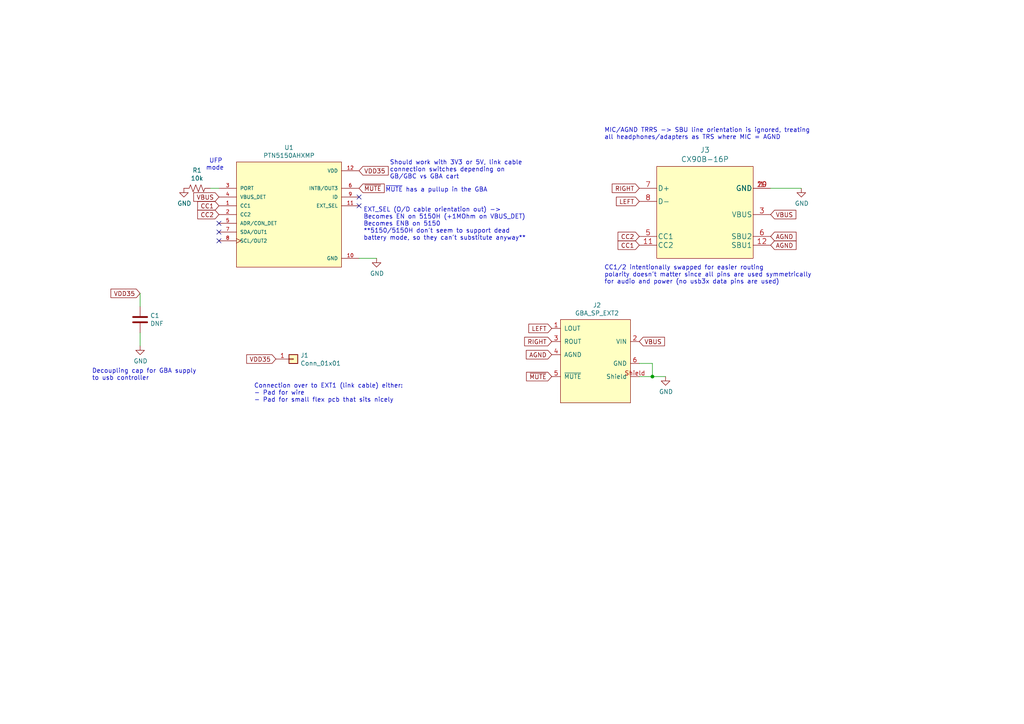
<source format=kicad_sch>
(kicad_sch (version 20211123) (generator eeschema)
  (paper "A4")
  (lib_symbols
    (symbol "CX90B-16P:CX90B-16P" (pin_names (offset 0.254))
      (property "Reference" "J" (at 19.05 6.35 0))
      (property "Value" "CX90B-16P" (at 21.59 3.81 0))
      (symbol "CX90B-16P_1_1"
        (rectangle (start 7.62 -1.27) (end 35.56 -27.94) (fill (type background)))
        (pin unspecified line (at 40.64 -7.62 180) (length 5.08) (name "GND") (number "1"))
        (pin bidirectional line (at 2.54 -11.43 0) (length 5.08) hide (name "D-") (number "10"))
        (pin unspecified line (at 2.54 -24.13 0) (length 5.08) (name "CC2") (number "11"))
        (pin unspecified line (at 40.64 -24.13 180) (length 5.08) (name "SBU1") (number "12"))
        (pin unspecified line (at 40.64 -15.24 180) (length 5.08) hide (name "VBUS") (number "13"))
        (pin unspecified line (at 40.64 -15.24 180) (length 5.08) hide (name "VBUS") (number "14"))
        (pin unspecified line (at 40.64 -7.62 180) (length 5.08) hide (name "GND") (number "15"))
        (pin unspecified line (at 40.64 -7.62 180) (length 5.08) hide (name "GND") (number "16"))
        (pin unspecified line (at 40.64 -7.62 180) (length 5.08) (name "GND") (number "19"))
        (pin unspecified line (at 40.64 -7.62 180) (length 5.08) hide (name "GND") (number "2"))
        (pin unspecified line (at 40.64 -7.62 180) (length 5.08) (name "GND") (number "20"))
        (pin unspecified line (at 40.64 -7.62 180) (length 5.08) hide (name "GND") (number "21"))
        (pin unspecified line (at 40.64 -7.62 180) (length 5.08) hide (name "GND") (number "22"))
        (pin unspecified line (at 40.64 -7.62 180) (length 5.08) hide (name "GND") (number "23"))
        (pin unspecified line (at 40.64 -7.62 180) (length 5.08) hide (name "GND") (number "24"))
        (pin unspecified line (at 40.64 -15.24 180) (length 5.08) (name "VBUS") (number "3"))
        (pin unspecified line (at 40.64 -15.24 180) (length 5.08) hide (name "VBUS") (number "4"))
        (pin bidirectional line (at 2.54 -21.59 0) (length 5.08) (name "CC1") (number "5"))
        (pin unspecified line (at 40.64 -21.59 180) (length 5.08) (name "SBU2") (number "6"))
        (pin bidirectional line (at 2.54 -7.62 0) (length 5.08) (name "D+") (number "7"))
        (pin bidirectional line (at 2.54 -11.43 0) (length 5.08) (name "D-") (number "8"))
        (pin bidirectional line (at 2.54 -7.62 0) (length 5.08) hide (name "D+") (number "9"))
      )
    )
    (symbol "Device:C" (pin_numbers hide) (pin_names (offset 0.254))
      (property "Reference" "C" (at 0.635 2.54 0))
      (property "Value" "C" (at 0.635 -2.54 0))
      (symbol "C_0_1"
        (polyline (pts (xy -2.032 -0.762) (xy 2.032 -0.762)) (stroke (width 0.508)))
        (polyline (pts (xy -2.032 0.762) (xy 2.032 0.762)) (stroke (width 0.508)))
      )
      (symbol "C_1_1"
        (pin passive line (at 0 3.81 270) (length 2.794) (name "~") (number "1"))
        (pin passive line (at 0 -3.81 90) (length 2.794) (name "~") (number "2"))
      )
    )
    (symbol "GBA_SP_EXT2:GBA_SP_EXT2" (pin_names (offset 1.016))
      (property "Reference" "J" (at 0 2.54 0))
      (property "Value" "GBA_SP_EXT2" (at 0 0 0))
      (symbol "GBA_SP_EXT2_0_0"
        (pin output line (at -12.7 -5.08 0) (length 2.54) (name "LOUT") (number "1"))
        (pin power_in line (at 12.7 -8.89 180) (length 2.54) (name "VIN") (number "2"))
        (pin output line (at -12.7 -8.89 0) (length 2.54) (name "ROUT") (number "3"))
        (pin output line (at -12.7 -12.7 0) (length 2.54) (name "AGND") (number "4"))
        (pin input line (at -12.7 -19.05 0) (length 2.54) (name "~{MUTE}") (number "5"))
        (pin power_in line (at 12.7 -15.24 180) (length 2.54) (name "GND") (number "6"))
        (pin passive line (at 12.7 -19.05 180) (length 2.54) (name "Shield") (number "Shield"))
      )
      (symbol "GBA_SP_EXT2_0_1"
        (rectangle (start -10.16 -2.54) (end 10.16 -26.67) (fill (type background)))
      )
    )
    (symbol "PTN5150AHXMP:PTN5150AHXMP" (pin_names (offset 1.016))
      (property "Reference" "U" (at -15.24 15.748 0))
      (property "Value" "PTN5150AHXMP" (at -15.2654 -17.8054 0))
      (symbol "PTN5150AHXMP_0_0"
        (rectangle (start -15.24 -15.24) (end 15.24 15.24) (stroke (width 0.1524)) (fill (type background)))
        (pin bidirectional line (at -20.32 2.54 0) (length 5.08) (name "CC1") (number "1"))
        (pin power_in line (at 20.32 -12.7 180) (length 5.08) (name "GND") (number "10"))
        (pin output line (at 20.32 2.54 180) (length 5.08) (name "EXT_SEL") (number "11"))
        (pin power_in line (at 20.32 12.7 180) (length 5.08) (name "VDD") (number "12"))
        (pin bidirectional line (at -20.32 0 0) (length 5.08) (name "CC2") (number "2"))
        (pin input line (at -20.32 7.62 0) (length 5.08) (name "PORT") (number "3"))
        (pin input line (at -20.32 5.08 0) (length 5.08) (name "VBUS_DET") (number "4"))
        (pin bidirectional line (at -20.32 -2.54 0) (length 5.08) (name "ADR/CON_DET") (number "5"))
        (pin output line (at 20.32 7.62 180) (length 5.08) (name "INTB/OUT3") (number "6"))
        (pin bidirectional line (at -20.32 -5.08 0) (length 5.08) (name "SDA/OUT1") (number "7"))
        (pin bidirectional clock (at -20.32 -7.62 0) (length 5.08) (name "SCL/OUT2") (number "8"))
        (pin output line (at 20.32 5.08 180) (length 5.08) (name "ID") (number "9"))
      )
    )
    (symbol "gba-sp-charge-audio-rescue:Conn_01x01-Connector_Generic" (pin_names (offset 1.016) hide)
      (property "Reference" "J" (at 0 2.54 0))
      (property "Value" "Conn_01x01-Connector_Generic" (at 0 -2.54 0))
      (symbol "Conn_01x01-Connector_Generic_1_1"
        (rectangle (start -1.27 0.127) (end 0 -0.127) (stroke (width 0.1524)))
        (rectangle (start -1.27 1.27) (end 1.27 -1.27) (stroke (width 0.254)) (fill (type background)))
        (pin passive line (at -5.08 0 0) (length 3.81) (name "Pin_1") (number "1"))
      )
    )
    (symbol "gba-sp-charge-audio-rescue:GND-power" (power) (pin_names (offset 0))
      (property "Value" "GND-power" (at 0 -3.81 0))
      (symbol "GND-power_0_1"
        (polyline (pts (xy 0 0) (xy 0 -1.27) (xy 1.27 -1.27) (xy 0 -2.54) (xy -1.27 -1.27) (xy 0 -1.27)))
      )
      (symbol "GND-power_1_1"
        (pin power_in line (at 0 0 270) (length 0) hide (name "GND") (number "1"))
      )
    )
    (symbol "gba-sp-charge-audio-rescue:R_US-Device" (pin_numbers hide) (pin_names (offset 0))
      (property "Reference" "R" (at 2.54 0 90))
      (property "Value" "R_US-Device" (at -2.54 0 90))
      (symbol "R_US-Device_0_1"
        (polyline (pts (xy 0 -2.286) (xy 0 -2.54)))
        (polyline (pts (xy 0 2.286) (xy 0 2.54)))
        (polyline (pts (xy 0 -0.762) (xy 1.016 -1.143) (xy 0 -1.524) (xy -1.016 -1.905) (xy 0 -2.286)))
        (polyline (pts (xy 0 0.762) (xy 1.016 0.381) (xy 0 0) (xy -1.016 -0.381) (xy 0 -0.762)))
        (polyline (pts (xy 0 2.286) (xy 1.016 1.905) (xy 0 1.524) (xy -1.016 1.143) (xy 0 0.762)))
      )
      (symbol "R_US-Device_1_1"
        (pin passive line (at 0 3.81 270) (length 1.27) (name "~") (number "1"))
        (pin passive line (at 0 -3.81 90) (length 1.27) (name "~") (number "2"))
      )
    )
  )
  (junction (at 189.23 109.22))
  (no_connect (at 63.5 64.77))
  (no_connect (at 63.5 69.85))
  (no_connect (at 63.5 67.31))
  (no_connect (at 104.14 59.69))
  (no_connect (at 104.14 57.15))
  (wire (pts (xy 189.23 105.41) (xy 189.23 109.22)))
  (wire (pts (xy 185.42 109.22) (xy 189.23 109.22)))
  (wire (pts (xy 40.64 96.52) (xy 40.64 100.33)))
  (wire (pts (xy 223.52 54.61) (xy 232.41 54.61)))
  (wire (pts (xy 104.14 74.93) (xy 109.22 74.93)))
  (wire (pts (xy 40.64 85.09) (xy 40.64 88.9)))
  (wire (pts (xy 185.42 105.41) (xy 189.23 105.41)))
  (wire (pts (xy 63.5 54.61) (xy 60.96 54.61)))
  (wire (pts (xy 189.23 109.22) (xy 193.04 109.22)))
  (text " UFP\nmode" (at 59.69 49.53 0) (effects (font (size 1.27 1.27)) (justify left bottom)))
  (text "CC1/2 intentionally swapped for easier routing\npolarity doesn't matter since all pins are used symmetrically\nfor audio and power (no usb3x data pins are used)" (at 175.26 82.55 0) (effects (font (size 1.27 1.27)) (justify left bottom)))
  (text "Should work with 3V3 or 5V, link cable \nconnection switches depending on \nGB/GBC vs GBA cart" (at 113.03 52.07 0) (effects (font (size 1.27 1.27)) (justify left bottom)))
  (text "Decoupling cap for GBA supply\nto usb controller" (at 26.67 110.49 0) (effects (font (size 1.27 1.27)) (justify left bottom)))
  (text "Connection over to EXT1 (link cable) either:\n- Pad for wire\n- Pad for small flex pcb that sits nicely" (at 73.66 116.84 0) (effects (font (size 1.27 1.27)) (justify left bottom)))
  (text "~{MUTE} has a pullup in the GBA" (at 111.76 55.88 0) (effects (font (size 1.27 1.27)) (justify left bottom)))
  (text "MIC/AGND TRRS -> SBU line orientation is ignored, treating\nall headphones/adapters as TRS where MIC = AGND" (at 175.26 40.64 0) (effects (font (size 1.27 1.27)) (justify left bottom)))
  (text "EXT_SEL (O/D cable orientation out) ->\nBecomes EN on 5150H (+1MOhm on VBUS_DET)\nBecomes ENB on 5150\n**5150/5150H don't seem to support dead\nbattery mode, so they can't substitute anyway**" (at 105.41 69.85 0) (effects (font (size 1.27 1.27)) (justify left bottom)))
  (global_label "CC1" (shape input) (at 185.42 71.12 180) (property "Intersheet References" "${INTERSHEET_REFS}" (effects hide)))
  (global_label "RIGHT" (shape input) (at 185.42 54.61 180) (property "Intersheet References" "${INTERSHEET_REFS}" (effects hide)))
  (global_label "CC1" (shape input) (at 63.5 59.69 180) (property "Intersheet References" "${INTERSHEET_REFS}" (effects hide)))
  (global_label "VBUS" (shape input) (at 223.52 62.23 0) (property "Intersheet References" "${INTERSHEET_REFS}" (effects hide)))
  (global_label "VBUS" (shape input) (at 185.42 99.06 0) (property "Intersheet References" "${INTERSHEET_REFS}" (effects hide)))
  (global_label "AGND" (shape input) (at 223.52 71.12 0) (property "Intersheet References" "${INTERSHEET_REFS}" (effects hide)))
  (global_label "VDD35" (shape input) (at 80.01 104.14 180) (property "Intersheet References" "${INTERSHEET_REFS}" (effects hide)))
  (global_label "~{MUTE}" (shape input) (at 104.14 54.61 0) (property "Intersheet References" "${INTERSHEET_REFS}" (effects hide)))
  (global_label "AGND" (shape input) (at 160.02 102.87 180) (property "Intersheet References" "${INTERSHEET_REFS}" (effects hide)))
  (global_label "~{MUTE}" (shape input) (at 160.02 109.22 180) (property "Intersheet References" "${INTERSHEET_REFS}" (effects hide)))
  (global_label "AGND" (shape input) (at 223.52 68.58 0) (property "Intersheet References" "${INTERSHEET_REFS}" (effects hide)))
  (global_label "VDD35" (shape input) (at 40.64 85.09 180) (property "Intersheet References" "${INTERSHEET_REFS}" (effects hide)))
  (global_label "LEFT" (shape input) (at 160.02 95.25 180) (property "Intersheet References" "${INTERSHEET_REFS}" (effects hide)))
  (global_label "VBUS" (shape input) (at 63.5 57.15 180) (property "Intersheet References" "${INTERSHEET_REFS}" (effects hide)))
  (global_label "VDD35" (shape input) (at 104.14 49.53 0) (property "Intersheet References" "${INTERSHEET_REFS}" (effects hide)))
  (global_label "RIGHT" (shape input) (at 160.02 99.06 180) (property "Intersheet References" "${INTERSHEET_REFS}" (effects hide)))
  (global_label "CC2" (shape input) (at 63.5 62.23 180) (property "Intersheet References" "${INTERSHEET_REFS}" (effects hide)))
  (global_label "CC2" (shape input) (at 185.42 68.58 180) (property "Intersheet References" "${INTERSHEET_REFS}" (effects hide)))
  (global_label "LEFT" (shape input) (at 185.42 58.42 180) (property "Intersheet References" "${INTERSHEET_REFS}" (effects hide)))
  (symbol (lib_id "PTN5150AHXMP:PTN5150AHXMP") (at 83.82 62.23 0) (unit 1)
    (property "Reference" "U1" (at 83.82 42.799 0))
    (property "Value" "PTN5150AHXMP" (at 83.82 45.1104 0))
    (property "Footprint" "PTN5150:USBCONTROLLER_PTN5150AHXMP" (effects hide))
    (property "MANUFACTURER" "NXP USA Inc." (effects hide))
    (property "SNAPEDA_PACKAGE_ID" "26248" (effects hide))
    (property "STANDARD" "Manufacturer Recommendation" (effects hide))
    (property "PARTREV" "1.2" (effects hide))
  )
  (symbol (lib_id "gba-sp-charge-audio-rescue:GND-power") (at 53.34 54.61 0) (unit 1)
    (property "Reference" "#PWR01" (effects hide))
    (property "Value" "GND" (at 53.467 59.0042 0))
  )
  (symbol (lib_id "gba-sp-charge-audio-rescue:GND-power") (at 109.22 74.93 0) (unit 1)
    (property "Reference" "#PWR02" (effects hide))
    (property "Value" "GND" (at 109.347 79.3242 0))
  )
  (symbol (lib_id "gba-sp-charge-audio-rescue:GND-power") (at 232.41 54.61 0) (unit 1)
    (property "Reference" "#PWR04" (effects hide))
    (property "Value" "GND" (at 232.537 59.0042 0))
  )
  (symbol (lib_id "GBA_SP_EXT2:GBA_SP_EXT2") (at 172.72 90.17 0) (unit 1)
    (property "Reference" "J2" (at 173.1518 88.519 0))
    (property "Value" "GBA_SP_EXT2" (at 173.1518 90.8304 0))
    (property "Footprint" "GBA_SP_EXT2:GBA_SP_EXT2_Extended_swap_pads" (effects hide))
  )
  (symbol (lib_id "gba-sp-charge-audio-rescue:GND-power") (at 193.04 109.22 0) (unit 1)
    (property "Reference" "#PWR03" (effects hide))
    (property "Value" "GND" (at 193.167 113.6142 0))
  )
  (symbol (lib_id "gba-sp-charge-audio-rescue:Conn_01x01-Connector_Generic") (at 85.09 104.14 0) (unit 1)
    (property "Reference" "J1" (at 87.122 103.0732 0) (effects (justify left)))
    (property "Value" "Conn_01x01" (at 87.122 105.3846 0) (effects (justify left)))
    (property "Footprint" "GBA_SP_EXT2:GBA_EXT1_VDD_Solder_Pad" (effects hide))
  )
  (symbol (lib_id "gba-sp-charge-audio-rescue:R_US-Device") (at 57.15 54.61 270) (unit 1)
    (property "Reference" "R1" (at 57.15 49.403 90))
    (property "Value" "10k" (at 57.15 51.7144 90))
    (property "Footprint" "Resistor_SMD:R_0402_1005Metric" (effects hide))
  )
  (symbol (lib_id "CX90B-16P:CX90B-16P") (at 182.88 46.99 0) (unit 1)
    (property "Reference" "J3" (at 204.47 43.5102 0) (effects (font (size 1.524 1.524))))
    (property "Value" "CX90B-16P" (at 204.47 46.2026 0) (effects (font (size 1.524 1.524))))
    (property "Footprint" "CX90B-16P:CX90B-16P" (effects hide))
  )
  (symbol (lib_id "Device:C") (at 40.64 92.71 0) (unit 1)
    (property "Reference" "C1" (at 43.561 91.5416 0) (effects (justify left)))
    (property "Value" "DNF" (at 43.561 93.853 0) (effects (justify left)))
    (property "Footprint" "Capacitor_SMD:C_0402_1005Metric" (effects hide))
  )
  (symbol (lib_id "gba-sp-charge-audio-rescue:GND-power") (at 40.64 100.33 0) (unit 1)
    (property "Reference" "#PWR05" (effects hide))
    (property "Value" "GND" (at 40.767 104.7242 0))
  )
)
</source>
